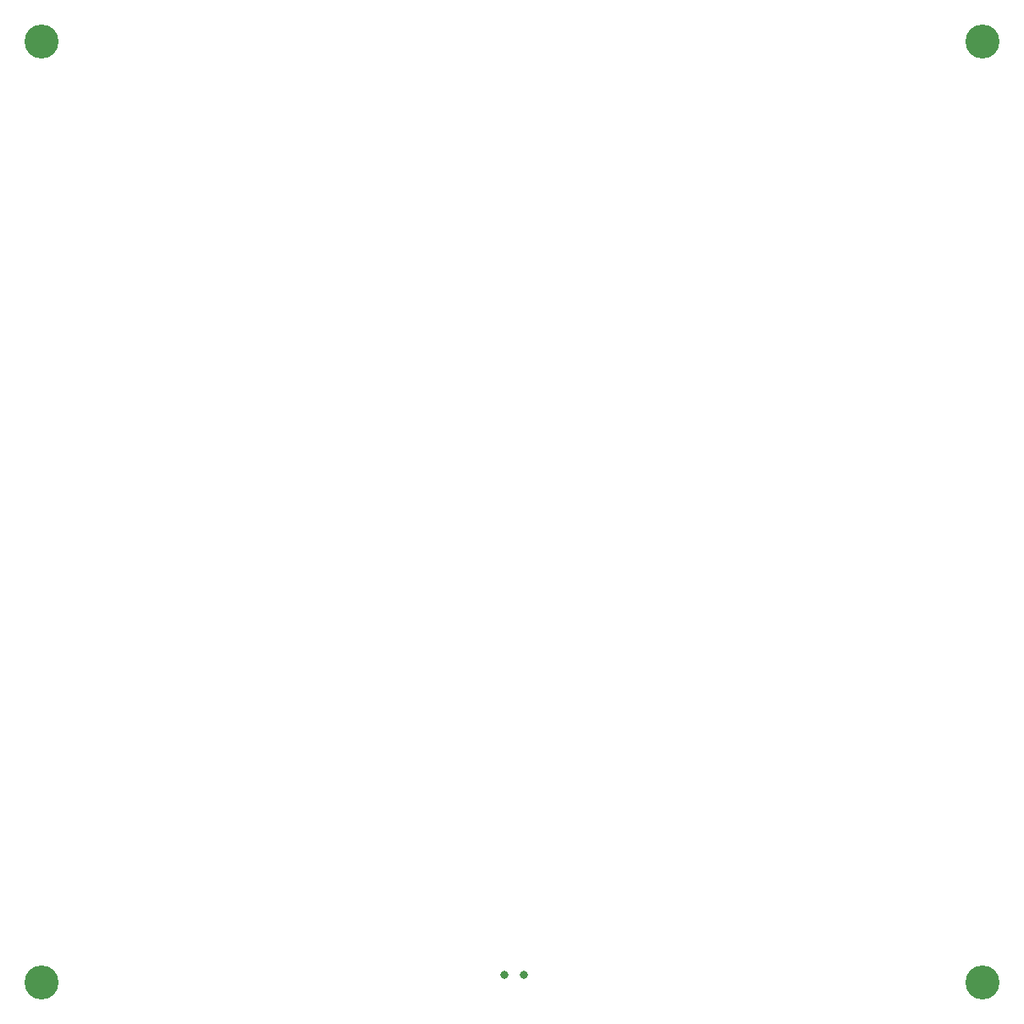
<source format=gbr>
%TF.GenerationSoftware,Altium Limited,Altium Designer,24.3.1 (35)*%
G04 Layer_Color=0*
%FSLAX45Y45*%
%MOMM*%
%TF.SameCoordinates,045C5737-8DDF-49D6-8C07-AEEE269B335A*%
%TF.FilePolarity,Positive*%
%TF.FileFunction,Plated,1,2,PTH,Drill*%
%TF.Part,Single*%
G01*
G75*
%TA.AperFunction,OtherDrill,Pad Free-1 (3mm,97mm)*%
%ADD22C,3.40000*%
%TA.AperFunction,OtherDrill,Pad Free-1 (3mm,3mm)*%
%ADD23C,3.40000*%
%TA.AperFunction,OtherDrill,Pad Free-1 (97mm,3mm)*%
%ADD24C,3.40000*%
%TA.AperFunction,OtherDrill,Pad Free-1 (97mm,97mm)*%
%ADD25C,3.40000*%
%TA.AperFunction,ComponentDrill*%
%ADD26C,0.80000*%
D22*
X300000Y9700000D02*
D03*
D23*
Y300000D02*
D03*
D24*
X9700000D02*
D03*
D25*
Y9700000D02*
D03*
D26*
X4920000Y381000D02*
D03*
X5120000D02*
D03*
%TF.MD5,d58b4434222d0574a5a61ce67d870940*%
M02*

</source>
